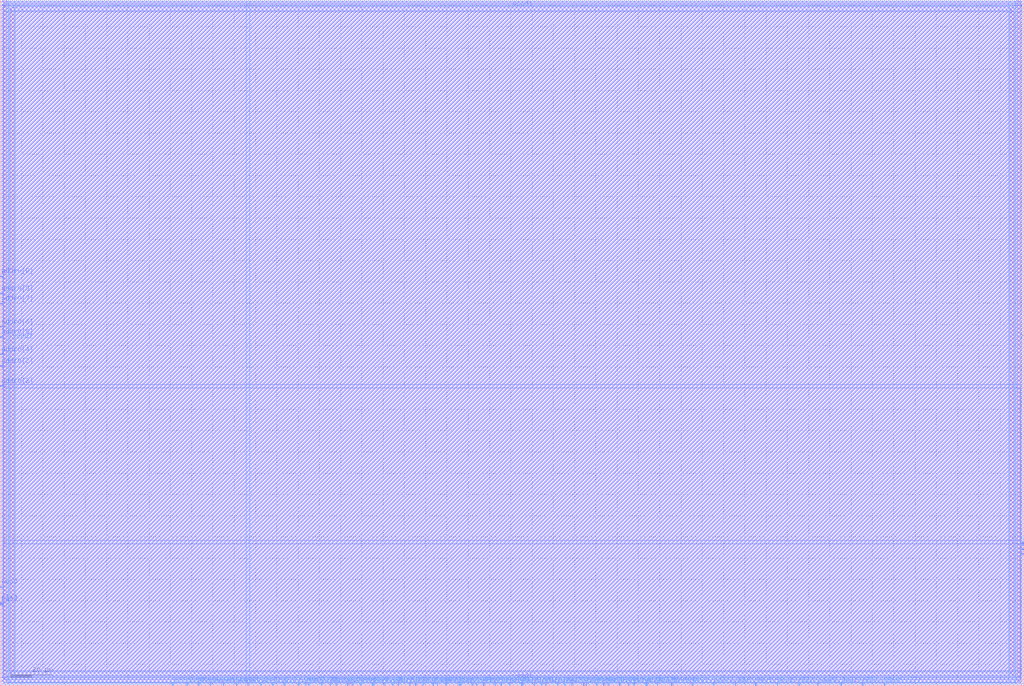
<source format=lef>
VERSION 5.4 ;
NAMESCASESENSITIVE ON ;
BUSBITCHARS "[]" ;
DIVIDERCHAR "/" ;
UNITS
  DATABASE MICRONS 1000 ;
END UNITS
MACRO sky130_sram_2kbyte_1rw_32x512_8
   CLASS BLOCK ;
   SIZE 481.14 BY 322.7 ;
   SYMMETRY X Y R90 ;
   PIN din0[0]
      DIRECTION INPUT ;
      PORT
         LAYER met4 ;
         RECT  116.28 0.0 116.66 1.06 ;
      END
   END din0[0]
   PIN din0[1]
      DIRECTION INPUT ;
      PORT
         LAYER met4 ;
         RECT  122.4 0.0 122.78 1.06 ;
      END
   END din0[1]
   PIN din0[2]
      DIRECTION INPUT ;
      PORT
         LAYER met4 ;
         RECT  127.84 0.0 128.22 1.06 ;
      END
   END din0[2]
   PIN din0[3]
      DIRECTION INPUT ;
      PORT
         LAYER met4 ;
         RECT  133.28 0.0 133.66 1.06 ;
      END
   END din0[3]
   PIN din0[4]
      DIRECTION INPUT ;
      PORT
         LAYER met4 ;
         RECT  140.08 0.0 140.46 1.06 ;
      END
   END din0[4]
   PIN din0[5]
      DIRECTION INPUT ;
      PORT
         LAYER met4 ;
         RECT  144.84 0.0 145.22 1.06 ;
      END
   END din0[5]
   PIN din0[6]
      DIRECTION INPUT ;
      PORT
         LAYER met4 ;
         RECT  150.96 0.0 151.34 1.06 ;
      END
   END din0[6]
   PIN din0[7]
      DIRECTION INPUT ;
      PORT
         LAYER met4 ;
         RECT  157.76 0.0 158.14 1.06 ;
      END
   END din0[7]
   PIN din0[8]
      DIRECTION INPUT ;
      PORT
         LAYER met4 ;
         RECT  163.2 0.0 163.58 1.06 ;
      END
   END din0[8]
   PIN din0[9]
      DIRECTION INPUT ;
      PORT
         LAYER met4 ;
         RECT  169.32 0.0 169.7 1.06 ;
      END
   END din0[9]
   PIN din0[10]
      DIRECTION INPUT ;
      PORT
         LAYER met4 ;
         RECT  175.44 0.0 175.82 1.06 ;
      END
   END din0[10]
   PIN din0[11]
      DIRECTION INPUT ;
      PORT
         LAYER met4 ;
         RECT  180.2 0.0 180.58 1.06 ;
      END
   END din0[11]
   PIN din0[12]
      DIRECTION INPUT ;
      PORT
         LAYER met4 ;
         RECT  187.0 0.0 187.38 1.06 ;
      END
   END din0[12]
   PIN din0[13]
      DIRECTION INPUT ;
      PORT
         LAYER met4 ;
         RECT  192.44 0.0 192.82 1.06 ;
      END
   END din0[13]
   PIN din0[14]
      DIRECTION INPUT ;
      PORT
         LAYER met4 ;
         RECT  198.56 0.0 198.94 1.06 ;
      END
   END din0[14]
   PIN din0[15]
      DIRECTION INPUT ;
      PORT
         LAYER met4 ;
         RECT  203.32 0.0 203.7 1.06 ;
      END
   END din0[15]
   PIN din0[16]
      DIRECTION INPUT ;
      PORT
         LAYER met4 ;
         RECT  209.44 0.0 209.82 1.06 ;
      END
   END din0[16]
   PIN din0[17]
      DIRECTION INPUT ;
      PORT
         LAYER met4 ;
         RECT  216.24 0.0 216.62 1.06 ;
      END
   END din0[17]
   PIN din0[18]
      DIRECTION INPUT ;
      PORT
         LAYER met4 ;
         RECT  221.68 0.0 222.06 1.06 ;
      END
   END din0[18]
   PIN din0[19]
      DIRECTION INPUT ;
      PORT
         LAYER met4 ;
         RECT  227.12 0.0 227.5 1.06 ;
      END
   END din0[19]
   PIN din0[20]
      DIRECTION INPUT ;
      PORT
         LAYER met4 ;
         RECT  232.56 0.0 232.94 1.06 ;
      END
   END din0[20]
   PIN din0[21]
      DIRECTION INPUT ;
      PORT
         LAYER met4 ;
         RECT  239.36 0.0 239.74 1.06 ;
      END
   END din0[21]
   PIN din0[22]
      DIRECTION INPUT ;
      PORT
         LAYER met4 ;
         RECT  245.48 0.0 245.86 1.06 ;
      END
   END din0[22]
   PIN din0[23]
      DIRECTION INPUT ;
      PORT
         LAYER met4 ;
         RECT  250.92 0.0 251.3 1.06 ;
      END
   END din0[23]
   PIN din0[24]
      DIRECTION INPUT ;
      PORT
         LAYER met4 ;
         RECT  256.36 0.0 256.74 1.06 ;
      END
   END din0[24]
   PIN din0[25]
      DIRECTION INPUT ;
      PORT
         LAYER met4 ;
         RECT  261.8 0.0 262.18 1.06 ;
      END
   END din0[25]
   PIN din0[26]
      DIRECTION INPUT ;
      PORT
         LAYER met4 ;
         RECT  268.6 0.0 268.98 1.06 ;
      END
   END din0[26]
   PIN din0[27]
      DIRECTION INPUT ;
      PORT
         LAYER met4 ;
         RECT  274.04 0.0 274.42 1.06 ;
      END
   END din0[27]
   PIN din0[28]
      DIRECTION INPUT ;
      PORT
         LAYER met4 ;
         RECT  280.16 0.0 280.54 1.06 ;
      END
   END din0[28]
   PIN din0[29]
      DIRECTION INPUT ;
      PORT
         LAYER met4 ;
         RECT  285.6 0.0 285.98 1.06 ;
      END
   END din0[29]
   PIN din0[30]
      DIRECTION INPUT ;
      PORT
         LAYER met4 ;
         RECT  291.04 0.0 291.42 1.06 ;
      END
   END din0[30]
   PIN din0[31]
      DIRECTION INPUT ;
      PORT
         LAYER met4 ;
         RECT  297.84 0.0 298.22 1.06 ;
      END
   END din0[31]
   PIN din0[32]
      DIRECTION INPUT ;
      PORT
         LAYER met4 ;
         RECT  303.28 0.0 303.66 1.06 ;
      END
   END din0[32]
   PIN addr0[0]
      DIRECTION INPUT ;
      PORT
         LAYER met4 ;
         RECT  80.92 0.0 81.3 1.06 ;
      END
   END addr0[0]
   PIN addr0[1]
      DIRECTION INPUT ;
      PORT
         LAYER met4 ;
         RECT  87.72 0.0 88.1 1.06 ;
      END
   END addr0[1]
   PIN addr0[2]
      DIRECTION INPUT ;
      PORT
         LAYER met3 ;
         RECT  0.0 140.76 1.06 141.14 ;
      END
   END addr0[2]
   PIN addr0[3]
      DIRECTION INPUT ;
      PORT
         LAYER met3 ;
         RECT  0.0 150.28 1.06 150.66 ;
      END
   END addr0[3]
   PIN addr0[4]
      DIRECTION INPUT ;
      PORT
         LAYER met3 ;
         RECT  0.0 155.72 1.06 156.1 ;
      END
   END addr0[4]
   PIN addr0[5]
      DIRECTION INPUT ;
      PORT
         LAYER met3 ;
         RECT  0.0 163.88 1.06 164.26 ;
      END
   END addr0[5]
   PIN addr0[6]
      DIRECTION INPUT ;
      PORT
         LAYER met3 ;
         RECT  0.0 168.64 1.06 169.02 ;
      END
   END addr0[6]
   PIN addr0[7]
      DIRECTION INPUT ;
      PORT
         LAYER met3 ;
         RECT  0.0 179.52 1.06 179.9 ;
      END
   END addr0[7]
   PIN addr0[8]
      DIRECTION INPUT ;
      PORT
         LAYER met3 ;
         RECT  0.0 184.28 1.06 184.66 ;
      END
   END addr0[8]
   PIN addr0[9]
      DIRECTION INPUT ;
      PORT
         LAYER met3 ;
         RECT  0.0 192.44 1.06 192.82 ;
      END
   END addr0[9]
   PIN csb0
      DIRECTION INPUT ;
      PORT
         LAYER met3 ;
         RECT  0.0 38.08 1.06 38.46 ;
      END
   END csb0
   PIN web0
      DIRECTION INPUT ;
      PORT
         LAYER met3 ;
         RECT  0.0 46.24 1.06 46.62 ;
      END
   END web0
   PIN clk0
      DIRECTION INPUT ;
      PORT
         LAYER met3 ;
         RECT  0.0 38.76 1.06 39.14 ;
      END
   END clk0
   PIN wmask0[0]
      DIRECTION INPUT ;
      PORT
         LAYER met4 ;
         RECT  93.16 0.0 93.54 1.06 ;
      END
   END wmask0[0]
   PIN wmask0[1]
      DIRECTION INPUT ;
      PORT
         LAYER met4 ;
         RECT  98.6 0.0 98.98 1.06 ;
      END
   END wmask0[1]
   PIN wmask0[2]
      DIRECTION INPUT ;
      PORT
         LAYER met4 ;
         RECT  104.72 0.0 105.1 1.06 ;
      END
   END wmask0[2]
   PIN wmask0[3]
      DIRECTION INPUT ;
      PORT
         LAYER met4 ;
         RECT  110.84 0.0 111.22 1.06 ;
      END
   END wmask0[3]
   PIN spare_wen0
      DIRECTION INPUT ;
      PORT
         LAYER met4 ;
         RECT  308.72 0.0 309.1 1.06 ;
      END
   END spare_wen0
   PIN dout0[0]
      DIRECTION OUTPUT ;
      PORT
         LAYER met4 ;
         RECT  143.48 0.0 143.86 1.06 ;
      END
   END dout0[0]
   PIN dout0[1]
      DIRECTION OUTPUT ;
      PORT
         LAYER met4 ;
         RECT  155.04 0.0 155.42 1.06 ;
      END
   END dout0[1]
   PIN dout0[2]
      DIRECTION OUTPUT ;
      PORT
         LAYER met4 ;
         RECT  165.24 0.0 165.62 1.06 ;
      END
   END dout0[2]
   PIN dout0[3]
      DIRECTION OUTPUT ;
      PORT
         LAYER met4 ;
         RECT  174.76 0.0 175.14 1.06 ;
      END
   END dout0[3]
   PIN dout0[4]
      DIRECTION OUTPUT ;
      PORT
         LAYER met4 ;
         RECT  184.28 0.0 184.66 1.06 ;
      END
   END dout0[4]
   PIN dout0[5]
      DIRECTION OUTPUT ;
      PORT
         LAYER met4 ;
         RECT  195.16 0.0 195.54 1.06 ;
      END
   END dout0[5]
   PIN dout0[6]
      DIRECTION OUTPUT ;
      PORT
         LAYER met4 ;
         RECT  205.36 0.0 205.74 1.06 ;
      END
   END dout0[6]
   PIN dout0[7]
      DIRECTION OUTPUT ;
      PORT
         LAYER met4 ;
         RECT  215.56 0.0 215.94 1.06 ;
      END
   END dout0[7]
   PIN dout0[8]
      DIRECTION OUTPUT ;
      PORT
         LAYER met4 ;
         RECT  223.72 0.0 224.1 1.06 ;
      END
   END dout0[8]
   PIN dout0[9]
      DIRECTION OUTPUT ;
      PORT
         LAYER met4 ;
         RECT  235.28 0.0 235.66 1.06 ;
      END
   END dout0[9]
   PIN dout0[10]
      DIRECTION OUTPUT ;
      PORT
         LAYER met4 ;
         RECT  244.8 0.0 245.18 1.06 ;
      END
   END dout0[10]
   PIN dout0[11]
      DIRECTION OUTPUT ;
      PORT
         LAYER met4 ;
         RECT  254.32 0.0 254.7 1.06 ;
      END
   END dout0[11]
   PIN dout0[12]
      DIRECTION OUTPUT ;
      PORT
         LAYER met4 ;
         RECT  265.2 0.0 265.58 1.06 ;
      END
   END dout0[12]
   PIN dout0[13]
      DIRECTION OUTPUT ;
      PORT
         LAYER met4 ;
         RECT  275.4 0.0 275.78 1.06 ;
      END
   END dout0[13]
   PIN dout0[14]
      DIRECTION OUTPUT ;
      PORT
         LAYER met4 ;
         RECT  283.56 0.0 283.94 1.06 ;
      END
   END dout0[14]
   PIN dout0[15]
      DIRECTION OUTPUT ;
      PORT
         LAYER met4 ;
         RECT  295.12 0.0 295.5 1.06 ;
      END
   END dout0[15]
   PIN dout0[16]
      DIRECTION OUTPUT ;
      PORT
         LAYER met4 ;
         RECT  303.96 0.0 304.34 1.06 ;
      END
   END dout0[16]
   PIN dout0[17]
      DIRECTION OUTPUT ;
      PORT
         LAYER met4 ;
         RECT  315.52 0.0 315.9 1.06 ;
      END
   END dout0[17]
   PIN dout0[18]
      DIRECTION OUTPUT ;
      PORT
         LAYER met4 ;
         RECT  325.04 0.0 325.42 1.06 ;
      END
   END dout0[18]
   PIN dout0[19]
      DIRECTION OUTPUT ;
      PORT
         LAYER met4 ;
         RECT  335.24 0.0 335.62 1.06 ;
      END
   END dout0[19]
   PIN dout0[20]
      DIRECTION OUTPUT ;
      PORT
         LAYER met4 ;
         RECT  345.44 0.0 345.82 1.06 ;
      END
   END dout0[20]
   PIN dout0[21]
      DIRECTION OUTPUT ;
      PORT
         LAYER met4 ;
         RECT  354.96 0.0 355.34 1.06 ;
      END
   END dout0[21]
   PIN dout0[22]
      DIRECTION OUTPUT ;
      PORT
         LAYER met4 ;
         RECT  365.16 0.0 365.54 1.06 ;
      END
   END dout0[22]
   PIN dout0[23]
      DIRECTION OUTPUT ;
      PORT
         LAYER met4 ;
         RECT  375.36 0.0 375.74 1.06 ;
      END
   END dout0[23]
   PIN dout0[24]
      DIRECTION OUTPUT ;
      PORT
         LAYER met4 ;
         RECT  384.2 0.0 384.58 1.06 ;
      END
   END dout0[24]
   PIN dout0[25]
      DIRECTION OUTPUT ;
      PORT
         LAYER met4 ;
         RECT  395.08 0.0 395.46 1.06 ;
      END
   END dout0[25]
   PIN dout0[26]
      DIRECTION OUTPUT ;
      PORT
         LAYER met4 ;
         RECT  405.28 0.0 405.66 1.06 ;
      END
   END dout0[26]
   PIN dout0[27]
      DIRECTION OUTPUT ;
      PORT
         LAYER met4 ;
         RECT  415.48 0.0 415.86 1.06 ;
      END
   END dout0[27]
   PIN dout0[28]
      DIRECTION OUTPUT ;
      PORT
         LAYER met3 ;
         RECT  480.08 67.32 481.14 67.7 ;
      END
   END dout0[28]
   PIN dout0[29]
      DIRECTION OUTPUT ;
      PORT
         LAYER met3 ;
         RECT  480.08 66.64 481.14 67.02 ;
      END
   END dout0[29]
   PIN dout0[30]
      DIRECTION OUTPUT ;
      PORT
         LAYER met3 ;
         RECT  480.08 65.96 481.14 66.34 ;
      END
   END dout0[30]
   PIN dout0[31]
      DIRECTION OUTPUT ;
      PORT
         LAYER met3 ;
         RECT  480.08 61.88 481.14 62.26 ;
      END
   END dout0[31]
   PIN dout0[32]
      DIRECTION OUTPUT ;
      PORT
         LAYER met3 ;
         RECT  480.08 63.92 481.14 64.3 ;
      END
   END dout0[32]
   PIN vccd1
      DIRECTION INOUT ;
      USE POWER ; 
      SHAPE ABUTMENT ; 
      PORT
         LAYER met4 ;
         RECT  474.64 4.76 476.38 319.3 ;
         LAYER met3 ;
         RECT  4.76 4.76 476.38 6.5 ;
         LAYER met4 ;
         RECT  4.76 4.76 6.5 319.3 ;
         LAYER met3 ;
         RECT  4.76 317.56 476.38 319.3 ;
      END
   END vccd1
   PIN vssd1
      DIRECTION INOUT ;
      USE GROUND ; 
      SHAPE ABUTMENT ; 
      PORT
         LAYER met3 ;
         RECT  1.36 320.96 479.78 322.7 ;
         LAYER met4 ;
         RECT  1.36 1.36 3.1 322.7 ;
         LAYER met4 ;
         RECT  478.04 1.36 479.78 322.7 ;
         LAYER met3 ;
         RECT  1.36 1.36 479.78 3.1 ;
      END
   END vssd1
   OBS
   LAYER  met1 ;
      RECT  0.62 0.62 480.52 322.08 ;
   LAYER  met2 ;
      RECT  0.62 0.62 480.52 322.08 ;
   LAYER  met3 ;
      RECT  1.66 140.16 480.52 141.74 ;
      RECT  0.62 141.74 1.66 149.68 ;
      RECT  0.62 151.26 1.66 155.12 ;
      RECT  0.62 156.7 1.66 163.28 ;
      RECT  0.62 164.86 1.66 168.04 ;
      RECT  0.62 169.62 1.66 178.92 ;
      RECT  0.62 180.5 1.66 183.68 ;
      RECT  0.62 185.26 1.66 191.84 ;
      RECT  0.62 47.22 1.66 140.16 ;
      RECT  0.62 39.74 1.66 45.64 ;
      RECT  1.66 66.72 479.48 68.3 ;
      RECT  1.66 68.3 479.48 140.16 ;
      RECT  479.48 68.3 480.52 140.16 ;
      RECT  479.48 62.86 480.52 63.32 ;
      RECT  479.48 64.9 480.52 65.36 ;
      RECT  1.66 4.16 4.16 7.1 ;
      RECT  1.66 7.1 4.16 66.72 ;
      RECT  4.16 7.1 476.98 66.72 ;
      RECT  476.98 4.16 479.48 7.1 ;
      RECT  476.98 7.1 479.48 66.72 ;
      RECT  1.66 141.74 4.16 316.96 ;
      RECT  1.66 316.96 4.16 319.9 ;
      RECT  4.16 141.74 476.98 316.96 ;
      RECT  476.98 141.74 480.52 316.96 ;
      RECT  476.98 316.96 480.52 319.9 ;
      RECT  0.62 193.42 0.76 320.36 ;
      RECT  0.62 320.36 0.76 322.08 ;
      RECT  0.76 193.42 1.66 320.36 ;
      RECT  1.66 319.9 4.16 320.36 ;
      RECT  4.16 319.9 476.98 320.36 ;
      RECT  476.98 319.9 480.38 320.36 ;
      RECT  480.38 319.9 480.52 320.36 ;
      RECT  480.38 320.36 480.52 322.08 ;
      RECT  0.62 0.62 0.76 0.76 ;
      RECT  0.62 0.76 0.76 3.7 ;
      RECT  0.62 3.7 0.76 37.48 ;
      RECT  0.76 0.62 1.66 0.76 ;
      RECT  0.76 3.7 1.66 37.48 ;
      RECT  479.48 0.62 480.38 0.76 ;
      RECT  479.48 3.7 480.38 61.28 ;
      RECT  480.38 0.62 480.52 0.76 ;
      RECT  480.38 0.76 480.52 3.7 ;
      RECT  480.38 3.7 480.52 61.28 ;
      RECT  1.66 0.62 4.16 0.76 ;
      RECT  1.66 3.7 4.16 4.16 ;
      RECT  4.16 0.62 476.98 0.76 ;
      RECT  4.16 3.7 476.98 4.16 ;
      RECT  476.98 0.62 479.48 0.76 ;
      RECT  476.98 3.7 479.48 4.16 ;
   LAYER  met4 ;
      RECT  115.68 1.66 117.26 322.08 ;
      RECT  117.26 0.62 121.8 1.66 ;
      RECT  123.38 0.62 127.24 1.66 ;
      RECT  128.82 0.62 132.68 1.66 ;
      RECT  134.26 0.62 139.48 1.66 ;
      RECT  145.82 0.62 150.36 1.66 ;
      RECT  158.74 0.62 162.6 1.66 ;
      RECT  176.42 0.62 179.6 1.66 ;
      RECT  187.98 0.62 191.84 1.66 ;
      RECT  199.54 0.62 202.72 1.66 ;
      RECT  217.22 0.62 221.08 1.66 ;
      RECT  228.1 0.62 231.96 1.66 ;
      RECT  246.46 0.62 250.32 1.66 ;
      RECT  257.34 0.62 261.2 1.66 ;
      RECT  269.58 0.62 273.44 1.66 ;
      RECT  286.58 0.62 290.44 1.66 ;
      RECT  298.82 0.62 302.68 1.66 ;
      RECT  81.9 0.62 87.12 1.66 ;
      RECT  88.7 0.62 92.56 1.66 ;
      RECT  94.14 0.62 98.0 1.66 ;
      RECT  99.58 0.62 104.12 1.66 ;
      RECT  105.7 0.62 110.24 1.66 ;
      RECT  111.82 0.62 115.68 1.66 ;
      RECT  141.06 0.62 142.88 1.66 ;
      RECT  151.94 0.62 154.44 1.66 ;
      RECT  156.02 0.62 157.16 1.66 ;
      RECT  164.18 0.62 164.64 1.66 ;
      RECT  166.22 0.62 168.72 1.66 ;
      RECT  170.3 0.62 174.16 1.66 ;
      RECT  181.18 0.62 183.68 1.66 ;
      RECT  185.26 0.62 186.4 1.66 ;
      RECT  193.42 0.62 194.56 1.66 ;
      RECT  196.14 0.62 197.96 1.66 ;
      RECT  204.3 0.62 204.76 1.66 ;
      RECT  206.34 0.62 208.84 1.66 ;
      RECT  210.42 0.62 214.96 1.66 ;
      RECT  222.66 0.62 223.12 1.66 ;
      RECT  224.7 0.62 226.52 1.66 ;
      RECT  233.54 0.62 234.68 1.66 ;
      RECT  236.26 0.62 238.76 1.66 ;
      RECT  240.34 0.62 244.2 1.66 ;
      RECT  251.9 0.62 253.72 1.66 ;
      RECT  255.3 0.62 255.76 1.66 ;
      RECT  262.78 0.62 264.6 1.66 ;
      RECT  266.18 0.62 268.0 1.66 ;
      RECT  276.38 0.62 279.56 1.66 ;
      RECT  281.14 0.62 282.96 1.66 ;
      RECT  284.54 0.62 285.0 1.66 ;
      RECT  292.02 0.62 294.52 1.66 ;
      RECT  296.1 0.62 297.24 1.66 ;
      RECT  304.94 0.62 308.12 1.66 ;
      RECT  309.7 0.62 314.92 1.66 ;
      RECT  316.5 0.62 324.44 1.66 ;
      RECT  326.02 0.62 334.64 1.66 ;
      RECT  336.22 0.62 344.84 1.66 ;
      RECT  346.42 0.62 354.36 1.66 ;
      RECT  355.94 0.62 364.56 1.66 ;
      RECT  366.14 0.62 374.76 1.66 ;
      RECT  376.34 0.62 383.6 1.66 ;
      RECT  385.18 0.62 394.48 1.66 ;
      RECT  396.06 0.62 404.68 1.66 ;
      RECT  406.26 0.62 414.88 1.66 ;
      RECT  117.26 1.66 474.04 4.16 ;
      RECT  117.26 4.16 474.04 319.9 ;
      RECT  117.26 319.9 474.04 322.08 ;
      RECT  474.04 1.66 476.98 4.16 ;
      RECT  474.04 319.9 476.98 322.08 ;
      RECT  4.16 1.66 7.1 4.16 ;
      RECT  4.16 319.9 7.1 322.08 ;
      RECT  7.1 1.66 115.68 4.16 ;
      RECT  7.1 4.16 115.68 319.9 ;
      RECT  7.1 319.9 115.68 322.08 ;
      RECT  0.62 0.62 0.76 0.76 ;
      RECT  0.62 0.76 0.76 1.66 ;
      RECT  0.76 0.62 3.7 0.76 ;
      RECT  3.7 0.62 80.32 0.76 ;
      RECT  3.7 0.76 80.32 1.66 ;
      RECT  0.62 1.66 0.76 4.16 ;
      RECT  3.7 1.66 4.16 4.16 ;
      RECT  0.62 4.16 0.76 319.9 ;
      RECT  3.7 4.16 4.16 319.9 ;
      RECT  0.62 319.9 0.76 322.08 ;
      RECT  3.7 319.9 4.16 322.08 ;
      RECT  416.46 0.62 477.44 0.76 ;
      RECT  416.46 0.76 477.44 1.66 ;
      RECT  477.44 0.62 480.38 0.76 ;
      RECT  480.38 0.62 480.52 0.76 ;
      RECT  480.38 0.76 480.52 1.66 ;
      RECT  476.98 1.66 477.44 4.16 ;
      RECT  480.38 1.66 480.52 4.16 ;
      RECT  476.98 4.16 477.44 319.9 ;
      RECT  480.38 4.16 480.52 319.9 ;
      RECT  476.98 319.9 477.44 322.08 ;
      RECT  480.38 319.9 480.52 322.08 ;
   END
END    sky130_sram_2kbyte_1rw_32x512_8
END    LIBRARY

</source>
